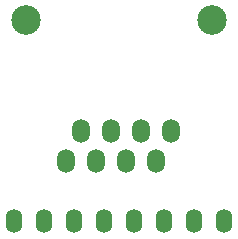
<source format=gbl>
G04 #@! TF.FileFunction,Copper,L2,Bot,Signal*
%FSLAX46Y46*%
G04 Gerber Fmt 4.6, Leading zero omitted, Abs format (unit mm)*
G04 Created by KiCad (PCBNEW 4.0.6-e0-6349~53~ubuntu16.04.1) date Fri Jun  9 17:52:53 2017*
%MOMM*%
%LPD*%
G01*
G04 APERTURE LIST*
%ADD10C,0.100000*%
%ADD11O,1.397000X2.032000*%
%ADD12O,1.500000X2.000000*%
%ADD13C,2.500000*%
G04 APERTURE END LIST*
D10*
D11*
X19890000Y2000000D03*
X17350000Y2000000D03*
X14810000Y2000000D03*
X12270000Y2000000D03*
X9730000Y2000000D03*
X7190000Y2000000D03*
X4650000Y2000000D03*
X2110000Y2000000D03*
D12*
X15445000Y9650000D03*
X14175000Y7110000D03*
X12905000Y9650000D03*
X11635000Y7110000D03*
X10365000Y9650000D03*
X9095000Y7110000D03*
X7825000Y9650000D03*
X6555000Y7110000D03*
D13*
X18850000Y19050000D03*
X3150000Y19050000D03*
M02*

</source>
